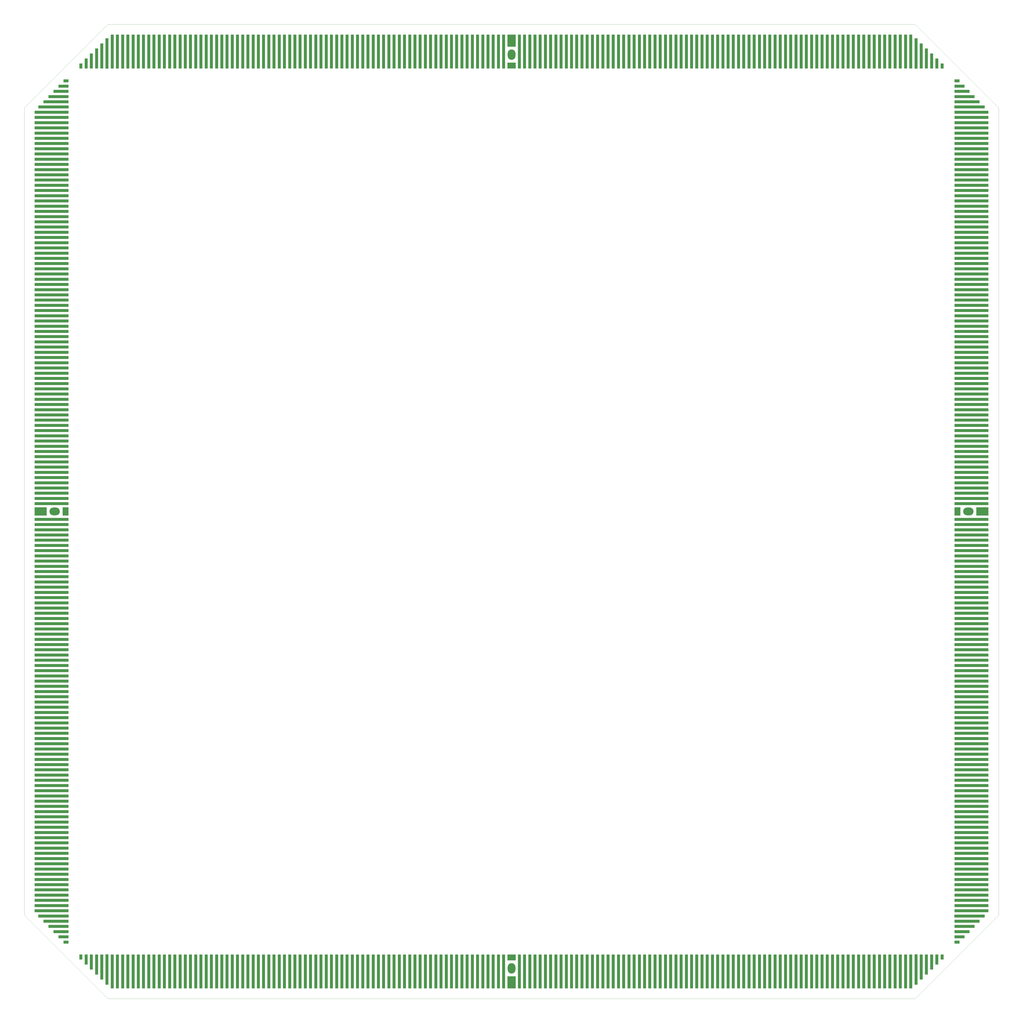
<source format=gbr>
G04 CAM350 V9.0.1 (Build 158) Date:  Tue Mar 29 16:15:38 2011 *
G04 Database: Y:\out\OSTEC.cam *
G04 Layer 70: Ramka *
%FSLAX33Y33*%
%MOMM*%
%SFA1.000B1.000*%

%MIA0B0*%
%IPPOS*%
%ADD168C,0.01000*%
%ADD169R,1.80000X19.50000*%
%ADD170R,19.50000X1.80000*%
%ADD171R,1.80000X17.40000*%
%ADD172R,17.40000X1.80000*%
%ADD173R,1.80000X14.44500*%
%ADD174R,14.44500X1.80000*%
%ADD175R,1.80000X11.60000*%
%ADD176R,11.60000X1.80000*%
%ADD177R,1.80000X8.65800*%
%ADD178R,8.65800X1.80000*%
%ADD179R,1.80000X5.82000*%
%ADD180R,5.82000X1.80000*%
%ADD181R,1.80000X2.92000*%
%ADD182R,2.92000X1.80000*%
%ADD183R,7.00000X4.80000*%
%ADD184R,4.80000X7.00000*%
%ADD185R,3.50000X4.80000*%
%ADD186R,4.80000X3.50000*%
%ADD187O,4.50000X6.00000*%
%ADD188O,6.00000X4.50000*%
%LNRamka*%
%LPD*%
G54D169*
X229500Y-544350D03*
X226500D03*
X223500D03*
X220500D03*
X217500D03*
X214500D03*
X211500D03*
X208500D03*
X205500D03*
X202500D03*
X199500D03*
X196500D03*
X193500D03*
X190500D03*
X187500D03*
X184500D03*
X181500D03*
X178500D03*
X175500D03*
X172500D03*
X169500D03*
X166500D03*
X163500D03*
X160500D03*
X157500D03*
X154500D03*
X151500D03*
X148500D03*
X145500D03*
X142500D03*
X139500D03*
X136500D03*
X133500D03*
X130500D03*
X127500D03*
X124500D03*
X121500D03*
X118500D03*
X115500D03*
X112500D03*
X109500D03*
X106500D03*
X103500D03*
X100500D03*
X97500D03*
X94500D03*
X91500D03*
X88500D03*
X85500D03*
X82500D03*
X79500D03*
X76500D03*
X73500D03*
X70500D03*
X67500D03*
X64500D03*
X61500D03*
X58500D03*
X55500D03*
X52500D03*
X49500D03*
X46500D03*
X43500D03*
X40500D03*
X37500D03*
X34500D03*
X31500D03*
X28500D03*
X25500D03*
X22500D03*
X19500D03*
X16500D03*
X13500D03*
X10500D03*
X4500D03*
X7500D03*
X-4500D03*
X-7500D03*
X-10500D03*
X-13500D03*
X-16500D03*
X-19500D03*
X-22500D03*
X-25500D03*
X-28500D03*
X-31500D03*
X-34500D03*
X-37500D03*
X-40500D03*
X-43500D03*
X-46500D03*
X-49500D03*
X-52500D03*
X-55500D03*
X-58500D03*
X-61500D03*
X-64500D03*
X-67500D03*
X-70500D03*
X-73500D03*
X-76500D03*
X-79500D03*
X-82500D03*
X-85500D03*
X-88500D03*
X-91500D03*
X-94500D03*
X-97500D03*
X-100500D03*
X-103500D03*
X-106500D03*
X-109500D03*
X-112500D03*
X-115500D03*
X-118500D03*
X-121500D03*
X-124500D03*
X-127500D03*
X-130500D03*
X-133500D03*
X-136500D03*
X-139500D03*
X-142500D03*
X-145500D03*
X-148500D03*
X-151500D03*
X-154500D03*
X-157500D03*
X-160500D03*
X-163500D03*
X-166500D03*
X-169500D03*
X-172500D03*
X-175500D03*
X-178500D03*
X-181500D03*
X-184500D03*
X-187500D03*
X-190500D03*
X-193500D03*
X-196500D03*
X-199500D03*
X-202500D03*
X-205500D03*
X-208500D03*
X-211500D03*
X-214500D03*
X-217500D03*
X-220500D03*
X-223500D03*
X-226500D03*
X-229499D03*
G54D170*
X264350Y-479500D03*
Y-482500D03*
Y-485500D03*
Y-488500D03*
Y-491500D03*
Y-494500D03*
Y-497500D03*
Y-500500D03*
Y-503500D03*
Y-506500D03*
Y-509499D03*
X-264350D03*
Y-506500D03*
Y-503500D03*
Y-500500D03*
Y-497500D03*
Y-494500D03*
Y-491500D03*
Y-488500D03*
Y-485500D03*
Y-482500D03*
Y-479500D03*
X264350Y-440500D03*
Y-443500D03*
Y-446500D03*
Y-449500D03*
Y-452500D03*
Y-455500D03*
Y-458500D03*
Y-461500D03*
Y-464500D03*
Y-467500D03*
Y-470500D03*
Y-473500D03*
Y-476500D03*
X-264350D03*
Y-473500D03*
Y-470500D03*
Y-467500D03*
Y-464500D03*
Y-461500D03*
Y-458500D03*
Y-455500D03*
Y-452500D03*
Y-449500D03*
Y-446500D03*
Y-443500D03*
Y-440500D03*
X264350Y-401500D03*
Y-404500D03*
Y-407500D03*
Y-410500D03*
Y-413500D03*
Y-416500D03*
Y-419500D03*
Y-422500D03*
Y-425500D03*
Y-428500D03*
Y-431500D03*
Y-434500D03*
Y-437500D03*
X-264350D03*
Y-434500D03*
Y-431500D03*
Y-428500D03*
Y-425500D03*
Y-422500D03*
Y-419500D03*
Y-416500D03*
Y-413500D03*
Y-410500D03*
Y-407500D03*
Y-404500D03*
Y-401500D03*
X264350Y-362500D03*
Y-365500D03*
Y-368500D03*
Y-371500D03*
Y-374500D03*
Y-377500D03*
Y-380500D03*
Y-383500D03*
Y-386500D03*
Y-389500D03*
Y-392500D03*
Y-395500D03*
Y-398500D03*
X-264350D03*
Y-395500D03*
Y-392500D03*
Y-389500D03*
Y-386500D03*
Y-383500D03*
Y-380500D03*
Y-377500D03*
Y-374500D03*
Y-371500D03*
Y-368500D03*
Y-365500D03*
Y-362500D03*
X264350Y-323500D03*
Y-326500D03*
Y-329500D03*
Y-332500D03*
Y-335500D03*
Y-338500D03*
Y-341500D03*
Y-344500D03*
Y-347500D03*
Y-350500D03*
Y-353500D03*
Y-356500D03*
Y-359500D03*
X-264350D03*
Y-356500D03*
Y-353500D03*
Y-350500D03*
Y-347500D03*
Y-344500D03*
Y-341500D03*
Y-338500D03*
Y-335500D03*
Y-332500D03*
Y-329500D03*
Y-326500D03*
Y-323500D03*
X264350Y-284500D03*
Y-287500D03*
Y-290500D03*
Y-293500D03*
Y-296500D03*
Y-299500D03*
Y-302500D03*
Y-305500D03*
Y-308500D03*
Y-311500D03*
Y-314500D03*
Y-317500D03*
Y-320500D03*
X-264350D03*
Y-317500D03*
Y-314500D03*
Y-311500D03*
Y-308500D03*
Y-305500D03*
Y-302500D03*
Y-299500D03*
Y-296500D03*
Y-293500D03*
Y-290500D03*
Y-284500D03*
Y-287500D03*
X264350Y-245500D03*
Y-248500D03*
Y-251500D03*
Y-254500D03*
Y-257500D03*
Y-260500D03*
Y-263500D03*
Y-266500D03*
Y-269500D03*
Y-275500D03*
Y-272500D03*
X-264350Y-275500D03*
Y-272500D03*
Y-269500D03*
Y-266500D03*
Y-263500D03*
Y-260500D03*
Y-257500D03*
Y-254500D03*
Y-251500D03*
Y-248500D03*
Y-245500D03*
X264350Y-206500D03*
Y-209500D03*
Y-212500D03*
Y-215500D03*
Y-218500D03*
Y-221500D03*
Y-224500D03*
Y-227500D03*
Y-230500D03*
Y-233500D03*
Y-236500D03*
Y-239500D03*
Y-242500D03*
X-264350D03*
Y-239500D03*
Y-236500D03*
Y-233500D03*
Y-230500D03*
Y-227500D03*
Y-224500D03*
Y-221500D03*
Y-218500D03*
Y-215500D03*
Y-212500D03*
Y-209500D03*
Y-206500D03*
X264350Y-167500D03*
Y-170500D03*
Y-173500D03*
Y-176500D03*
Y-179500D03*
Y-182500D03*
Y-185500D03*
Y-188500D03*
Y-191500D03*
Y-194500D03*
Y-197500D03*
Y-200500D03*
Y-203500D03*
X-264350D03*
Y-200500D03*
Y-197500D03*
Y-194500D03*
Y-191500D03*
Y-188500D03*
Y-185500D03*
Y-182500D03*
Y-179500D03*
Y-176500D03*
Y-173500D03*
Y-170500D03*
Y-167500D03*
X264350Y-128500D03*
Y-131500D03*
Y-134500D03*
Y-137500D03*
Y-140500D03*
Y-143500D03*
Y-146500D03*
Y-149500D03*
Y-152500D03*
Y-155500D03*
Y-158500D03*
Y-161500D03*
Y-164500D03*
X-264350D03*
Y-161500D03*
Y-158500D03*
Y-155500D03*
Y-152500D03*
Y-149500D03*
Y-146500D03*
Y-143500D03*
Y-140500D03*
Y-137500D03*
Y-134500D03*
Y-131500D03*
Y-128500D03*
X264350Y-89500D03*
Y-92500D03*
Y-95500D03*
Y-98500D03*
Y-101500D03*
Y-104500D03*
Y-107500D03*
Y-110500D03*
Y-113500D03*
Y-116500D03*
Y-119500D03*
Y-122500D03*
Y-125500D03*
X-264350D03*
Y-122500D03*
Y-119500D03*
Y-116500D03*
Y-113500D03*
Y-110500D03*
Y-107500D03*
Y-104500D03*
Y-101500D03*
Y-98500D03*
Y-95500D03*
Y-92500D03*
Y-89500D03*
X264350Y-50500D03*
Y-53500D03*
Y-56500D03*
Y-59500D03*
Y-62500D03*
Y-65500D03*
Y-68500D03*
Y-71500D03*
Y-74500D03*
Y-77500D03*
Y-80500D03*
Y-83500D03*
Y-86500D03*
X-264350D03*
Y-83500D03*
Y-80500D03*
Y-77500D03*
Y-74500D03*
Y-71500D03*
Y-68500D03*
Y-65500D03*
Y-62500D03*
Y-59500D03*
Y-56500D03*
Y-53500D03*
Y-50500D03*
G54D169*
X199500Y-15650D03*
X202500D03*
X205500D03*
X208500D03*
X211500D03*
X214500D03*
X217500D03*
X220500D03*
X223500D03*
X226500D03*
X229500D03*
X160500D03*
X163500D03*
X166500D03*
X169500D03*
X172500D03*
X175500D03*
X178500D03*
X181500D03*
X184500D03*
X187500D03*
X190500D03*
X193500D03*
X196500D03*
X121500D03*
X124500D03*
X127500D03*
X130500D03*
X133500D03*
X136500D03*
X139500D03*
X142500D03*
X145500D03*
X148500D03*
X151500D03*
X154500D03*
X157500D03*
X82500D03*
X85500D03*
X88500D03*
X91500D03*
X94500D03*
X97500D03*
X100500D03*
X103500D03*
X106500D03*
X109500D03*
X112500D03*
X115500D03*
X118500D03*
X43500D03*
X46500D03*
X49500D03*
X52500D03*
X55500D03*
X58500D03*
X61500D03*
X64500D03*
X67500D03*
X70500D03*
X73500D03*
X76500D03*
X79500D03*
X4500D03*
X7500D03*
X10500D03*
X13500D03*
X16500D03*
X19500D03*
X22500D03*
X25500D03*
X28500D03*
X31500D03*
X34500D03*
X37500D03*
X40500D03*
X-34500D03*
X-31500D03*
X-28500D03*
X-25500D03*
X-22500D03*
X-19500D03*
X-16500D03*
X-13500D03*
X-10500D03*
X-4500D03*
X-7500D03*
X-73500D03*
X-70500D03*
X-67500D03*
X-64500D03*
X-61500D03*
X-58500D03*
X-55500D03*
X-52500D03*
X-49500D03*
X-46500D03*
X-43500D03*
X-40500D03*
X-37500D03*
X-112500D03*
X-109500D03*
X-106500D03*
X-103500D03*
X-100500D03*
X-97500D03*
X-94500D03*
X-91500D03*
X-88500D03*
X-85500D03*
X-82500D03*
X-79500D03*
X-76500D03*
X-151500D03*
X-148500D03*
X-145500D03*
X-142500D03*
X-139500D03*
X-136500D03*
X-133500D03*
X-130500D03*
X-127500D03*
X-124500D03*
X-121500D03*
X-118500D03*
X-115500D03*
X-190500D03*
X-187500D03*
X-184500D03*
X-181500D03*
X-178500D03*
X-175500D03*
X-172500D03*
X-169500D03*
X-166500D03*
X-163500D03*
X-160500D03*
X-157500D03*
X-154500D03*
X-229499D03*
X-226500D03*
X-223500D03*
X-220500D03*
X-217500D03*
X-214500D03*
X-211500D03*
X-208500D03*
X-205500D03*
X-202500D03*
X-199500D03*
X-196500D03*
X-193500D03*
G54D171*
X232500Y-543297D03*
X-232499D03*
G54D172*
X263297Y-512499D03*
X-263297D03*
X263297Y-47500D03*
X-263297D03*
G54D171*
X232500Y-16703D03*
X-232499D03*
G54D173*
X235500Y-541822D03*
X-235499D03*
G54D174*
X261823Y-515499D03*
X-261822D03*
X261823Y-44500D03*
X-261822D03*
G54D173*
X235500Y-18177D03*
X-235499D03*
G54D175*
X238500Y-540403D03*
X-238499D03*
G54D176*
X260403Y-518499D03*
X-260403D03*
X260403Y-41500D03*
X-260403D03*
G54D175*
X238500Y-19597D03*
X-238499D03*
G54D177*
X241500Y-538929D03*
X-241499D03*
G54D178*
X258929Y-521499D03*
X-258929D03*
X258929Y-38500D03*
X-258929D03*
G54D177*
X241500Y-21071D03*
X-241499D03*
G54D179*
X244500Y-537509D03*
X-244499D03*
G54D180*
X257510Y-524499D03*
X-257509D03*
X257510Y-35500D03*
X-257509D03*
G54D179*
X244500Y-22490D03*
X-244499D03*
G54D182*
X256061Y-527499D03*
G54D181*
X247500Y-536061D03*
X-247499D03*
G54D182*
X-256061Y-527499D03*
G54D181*
X247500Y-23939D03*
G54D182*
X256061Y-32500D03*
G54D181*
X-247499Y-23939D03*
G54D182*
X-256061Y-32500D03*
G54D184*
X0Y-550600D03*
G54D183*
X270600Y-280000D03*
X-270600D03*
G54D184*
X0Y-9400D03*
G54D186*
Y-536350D03*
G54D185*
X256350Y-280000D03*
X-256350D03*
G54D186*
X0Y-23650D03*
G54D187*
Y-542591D03*
G54D188*
X262591Y-280000D03*
X-262591D03*
G54D187*
X0Y-17409D03*
G54D168*
X-280000Y-48000D02*
G01X-232000Y0D01*
X232000*
X280000Y-48000*
Y-512000*
X232000Y-560000*
X-232000*
X-280000Y-512000*
Y-48000*
M02*

</source>
